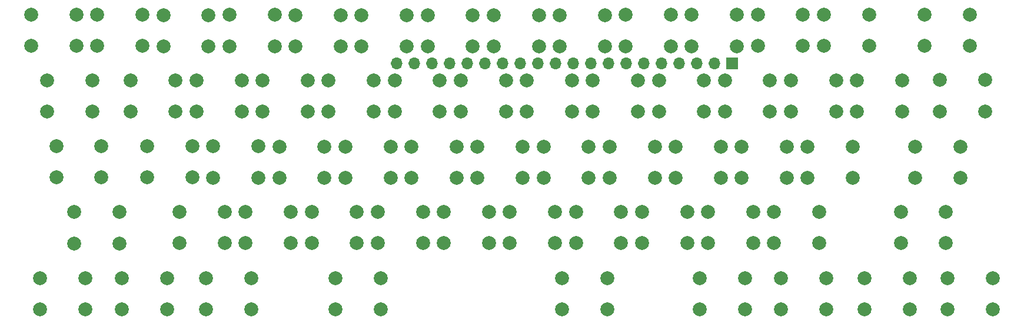
<source format=gbr>
%TF.GenerationSoftware,KiCad,Pcbnew,7.0.9*%
%TF.CreationDate,2024-12-06T21:29:14-05:00*%
%TF.ProjectId,tiny-keeb,74696e79-2d6b-4656-9562-2e6b69636164,rev?*%
%TF.SameCoordinates,Original*%
%TF.FileFunction,Soldermask,Top*%
%TF.FilePolarity,Negative*%
%FSLAX46Y46*%
G04 Gerber Fmt 4.6, Leading zero omitted, Abs format (unit mm)*
G04 Created by KiCad (PCBNEW 7.0.9) date 2024-12-06 21:29:14*
%MOMM*%
%LPD*%
G01*
G04 APERTURE LIST*
%ADD10C,2.000000*%
%ADD11R,1.700000X1.700000*%
%ADD12O,1.700000X1.700000*%
G04 APERTURE END LIST*
D10*
%TO.C,SW12*%
X36393000Y-90411000D03*
X42893000Y-90411000D03*
X36393000Y-94911000D03*
X42893000Y-94911000D03*
%TD*%
%TO.C,SW46*%
X111215000Y-80844000D03*
X117715000Y-80844000D03*
X111215000Y-85344000D03*
X117715000Y-85344000D03*
%TD*%
%TO.C,SW13*%
X42358000Y-52453000D03*
X48858000Y-52453000D03*
X42358000Y-56953000D03*
X48858000Y-56953000D03*
%TD*%
%TO.C,SW33*%
X78046000Y-71444000D03*
X84546000Y-71444000D03*
X78046000Y-75944000D03*
X84546000Y-75944000D03*
%TD*%
%TO.C,SW31*%
X70881000Y-52454000D03*
X77381000Y-52454000D03*
X70881000Y-56954000D03*
X77381000Y-56954000D03*
%TD*%
%TO.C,SW39*%
X87549000Y-71461000D03*
X94049000Y-71461000D03*
X87549000Y-75961000D03*
X94049000Y-75961000D03*
%TD*%
%TO.C,SW18*%
X135058000Y-71438000D03*
X141558000Y-71438000D03*
X135058000Y-75938000D03*
X141558000Y-75938000D03*
%TD*%
%TO.C,SW59*%
X119510000Y-90411000D03*
X126010000Y-90411000D03*
X119510000Y-94911000D03*
X126010000Y-94911000D03*
%TD*%
%TO.C,SW74*%
X150520000Y-71420000D03*
X157020000Y-71420000D03*
X150520000Y-75920000D03*
X157020000Y-75920000D03*
%TD*%
%TO.C,SW20*%
X66127000Y-61887000D03*
X72627000Y-61887000D03*
X66127000Y-66387000D03*
X72627000Y-66387000D03*
%TD*%
%TO.C,SW44*%
X104137000Y-61875000D03*
X110637000Y-61875000D03*
X104137000Y-66375000D03*
X110637000Y-66375000D03*
%TD*%
%TO.C,SW23*%
X44697000Y-80882000D03*
X51197000Y-80882000D03*
X44697000Y-85382000D03*
X51197000Y-85382000D03*
%TD*%
%TO.C,SW24*%
X130218000Y-80840000D03*
X136718000Y-80840000D03*
X130218000Y-85340000D03*
X136718000Y-85340000D03*
%TD*%
%TO.C,SW14*%
X56625000Y-61892000D03*
X63125000Y-61892000D03*
X56625000Y-66392000D03*
X63125000Y-66392000D03*
%TD*%
%TO.C,SW38*%
X94634000Y-61877000D03*
X101134000Y-61877000D03*
X94634000Y-66377000D03*
X101134000Y-66377000D03*
%TD*%
%TO.C,SW56*%
X123141000Y-61867000D03*
X129641000Y-61867000D03*
X123141000Y-66367000D03*
X129641000Y-66367000D03*
%TD*%
%TO.C,SW61*%
X118376000Y-52440000D03*
X124876000Y-52440000D03*
X118376000Y-56940000D03*
X124876000Y-56940000D03*
%TD*%
%TO.C,SW17*%
X48468000Y-90407000D03*
X54968000Y-90407000D03*
X48468000Y-94907000D03*
X54968000Y-94907000D03*
%TD*%
%TO.C,SW10*%
X40027000Y-71392000D03*
X46527000Y-71392000D03*
X40027000Y-75892000D03*
X46527000Y-75892000D03*
%TD*%
%TO.C,SW72*%
X151897000Y-52430000D03*
X158397000Y-52430000D03*
X151897000Y-56930000D03*
X158397000Y-56930000D03*
%TD*%
%TO.C,SW26*%
X75630000Y-61884000D03*
X82130000Y-61884000D03*
X75630000Y-66384000D03*
X82130000Y-66384000D03*
%TD*%
%TO.C,SW4*%
X26957000Y-71400000D03*
X33457000Y-71400000D03*
X26957000Y-75900000D03*
X33457000Y-75900000D03*
%TD*%
%TO.C,SW32*%
X85133000Y-61879000D03*
X91633000Y-61879000D03*
X85133000Y-66379000D03*
X91633000Y-66379000D03*
%TD*%
%TO.C,SW7*%
X37613000Y-61909000D03*
X44113000Y-61909000D03*
X37613000Y-66409000D03*
X44113000Y-66409000D03*
%TD*%
%TO.C,SW5*%
X29502000Y-80884000D03*
X36002000Y-80884000D03*
X29502000Y-85384000D03*
X36002000Y-85384000D03*
%TD*%
%TO.C,SW16*%
X63705000Y-80871000D03*
X70205000Y-80871000D03*
X63705000Y-85371000D03*
X70205000Y-85371000D03*
%TD*%
%TO.C,SW41*%
X99698000Y-90412000D03*
X106198000Y-90412000D03*
X99698000Y-94912000D03*
X106198000Y-94912000D03*
%TD*%
%TO.C,SW40*%
X101710000Y-80852000D03*
X108210000Y-80852000D03*
X101710000Y-85352000D03*
X108210000Y-85352000D03*
%TD*%
%TO.C,SW3*%
X25639000Y-61912000D03*
X32139000Y-61912000D03*
X25639000Y-66412000D03*
X32139000Y-66412000D03*
%TD*%
%TO.C,SW67*%
X137386000Y-52429000D03*
X143886000Y-52429000D03*
X137386000Y-56929000D03*
X143886000Y-56929000D03*
%TD*%
%TO.C,SW66*%
X143237000Y-90410000D03*
X149737000Y-90410000D03*
X143237000Y-94910000D03*
X149737000Y-94910000D03*
%TD*%
%TO.C,SW8*%
X32851000Y-52408000D03*
X39351000Y-52408000D03*
X32851000Y-56908000D03*
X39351000Y-56908000D03*
%TD*%
%TO.C,SW27*%
X68542000Y-71434000D03*
X75042000Y-71434000D03*
X68542000Y-75934000D03*
X75042000Y-75934000D03*
%TD*%
%TO.C,SW62*%
X132645000Y-61860000D03*
X139145000Y-61860000D03*
X132645000Y-66360000D03*
X139145000Y-66360000D03*
%TD*%
%TO.C,SW57*%
X116053000Y-71447000D03*
X122553000Y-71447000D03*
X116053000Y-75947000D03*
X122553000Y-75947000D03*
%TD*%
%TO.C,SW21*%
X59040000Y-71420000D03*
X65540000Y-71420000D03*
X59040000Y-75920000D03*
X65540000Y-75920000D03*
%TD*%
%TO.C,SW15*%
X49538000Y-71409000D03*
X56038000Y-71409000D03*
X49538000Y-75909000D03*
X56038000Y-75909000D03*
%TD*%
%TO.C,SW19*%
X51874000Y-52441000D03*
X58374000Y-52441000D03*
X51874000Y-56941000D03*
X58374000Y-56941000D03*
%TD*%
%TO.C,SW34*%
X92208000Y-80858000D03*
X98708000Y-80858000D03*
X92208000Y-85358000D03*
X98708000Y-85358000D03*
%TD*%
%TO.C,SW22*%
X73205000Y-80869000D03*
X79705000Y-80869000D03*
X73205000Y-85369000D03*
X79705000Y-85369000D03*
%TD*%
%TO.C,SW6*%
X24612000Y-90382000D03*
X31112000Y-90382000D03*
X24612000Y-94882000D03*
X31112000Y-94882000D03*
%TD*%
%TO.C,SW50*%
X113641000Y-61870000D03*
X120141000Y-61870000D03*
X113641000Y-66370000D03*
X120141000Y-66370000D03*
%TD*%
%TO.C,SW29*%
X127879000Y-52432000D03*
X134379000Y-52432000D03*
X127879000Y-56932000D03*
X134379000Y-56932000D03*
%TD*%
%TO.C,SW25*%
X61368000Y-52452000D03*
X67868000Y-52452000D03*
X61368000Y-56952000D03*
X67868000Y-56952000D03*
%TD*%
%TO.C,SW51*%
X106549000Y-71453000D03*
X113049000Y-71453000D03*
X106549000Y-75953000D03*
X113049000Y-75953000D03*
%TD*%
%TO.C,SW52*%
X120717000Y-80835000D03*
X127217000Y-80835000D03*
X120717000Y-85335000D03*
X127217000Y-85335000D03*
%TD*%
%TO.C,SW9*%
X47118000Y-61900000D03*
X53618000Y-61900000D03*
X47118000Y-66400000D03*
X53618000Y-66400000D03*
%TD*%
%TO.C,SW30*%
X73603000Y-94887000D03*
X67103000Y-94887000D03*
X73603000Y-90387000D03*
X67103000Y-90387000D03*
%TD*%
D11*
%TO.C,J2*%
X124161000Y-59435000D03*
D12*
X121621000Y-59435000D03*
X119081000Y-59435000D03*
X116541000Y-59435000D03*
X114001000Y-59435000D03*
X111461000Y-59435000D03*
X108921000Y-59435000D03*
X106381000Y-59435000D03*
X103841000Y-59435000D03*
X101301000Y-59435000D03*
X98761000Y-59435000D03*
X96221000Y-59435000D03*
X93681000Y-59435000D03*
X91141000Y-59435000D03*
X88601000Y-59435000D03*
X86061000Y-59435000D03*
X83521000Y-59435000D03*
X80981000Y-59435000D03*
X78441000Y-59435000D03*
X75901000Y-59435000D03*
%TD*%
D10*
%TO.C,SW35*%
X142150000Y-61851000D03*
X148650000Y-61851000D03*
X142150000Y-66351000D03*
X148650000Y-66351000D03*
%TD*%
%TO.C,SW1*%
X155166000Y-90396000D03*
X161666000Y-90396000D03*
X155166000Y-94896000D03*
X161666000Y-94896000D03*
%TD*%
%TO.C,SW2*%
X23364000Y-52405000D03*
X29864000Y-52405000D03*
X23364000Y-56905000D03*
X29864000Y-56905000D03*
%TD*%
%TO.C,SW11*%
X54198000Y-80876000D03*
X60698000Y-80876000D03*
X54198000Y-85376000D03*
X60698000Y-85376000D03*
%TD*%
%TO.C,SW63*%
X125555000Y-71442000D03*
X132055000Y-71442000D03*
X125555000Y-75942000D03*
X132055000Y-75942000D03*
%TD*%
%TO.C,SW43*%
X89879000Y-52460000D03*
X96379000Y-52460000D03*
X89879000Y-56960000D03*
X96379000Y-56960000D03*
%TD*%
%TO.C,SW73*%
X154079000Y-61846000D03*
X160579000Y-61846000D03*
X154079000Y-66346000D03*
X160579000Y-66346000D03*
%TD*%
%TO.C,SW58*%
X148452000Y-80832000D03*
X154952000Y-80832000D03*
X148452000Y-85332000D03*
X154952000Y-85332000D03*
%TD*%
%TO.C,SW65*%
X131244000Y-90408000D03*
X137744000Y-90408000D03*
X131244000Y-94908000D03*
X137744000Y-94908000D03*
%TD*%
%TO.C,SW55*%
X108870000Y-52448000D03*
X115370000Y-52448000D03*
X108870000Y-56948000D03*
X115370000Y-56948000D03*
%TD*%
%TO.C,SW45*%
X97049000Y-71453000D03*
X103549000Y-71453000D03*
X97049000Y-75953000D03*
X103549000Y-75953000D03*
%TD*%
%TO.C,SW49*%
X99378000Y-52462000D03*
X105878000Y-52462000D03*
X99378000Y-56962000D03*
X105878000Y-56962000D03*
%TD*%
%TO.C,SW28*%
X82706000Y-80869000D03*
X89206000Y-80869000D03*
X82706000Y-85369000D03*
X89206000Y-85369000D03*
%TD*%
%TO.C,SW37*%
X80371000Y-52452000D03*
X86871000Y-52452000D03*
X80371000Y-56952000D03*
X86871000Y-56952000D03*
%TD*%
M02*

</source>
